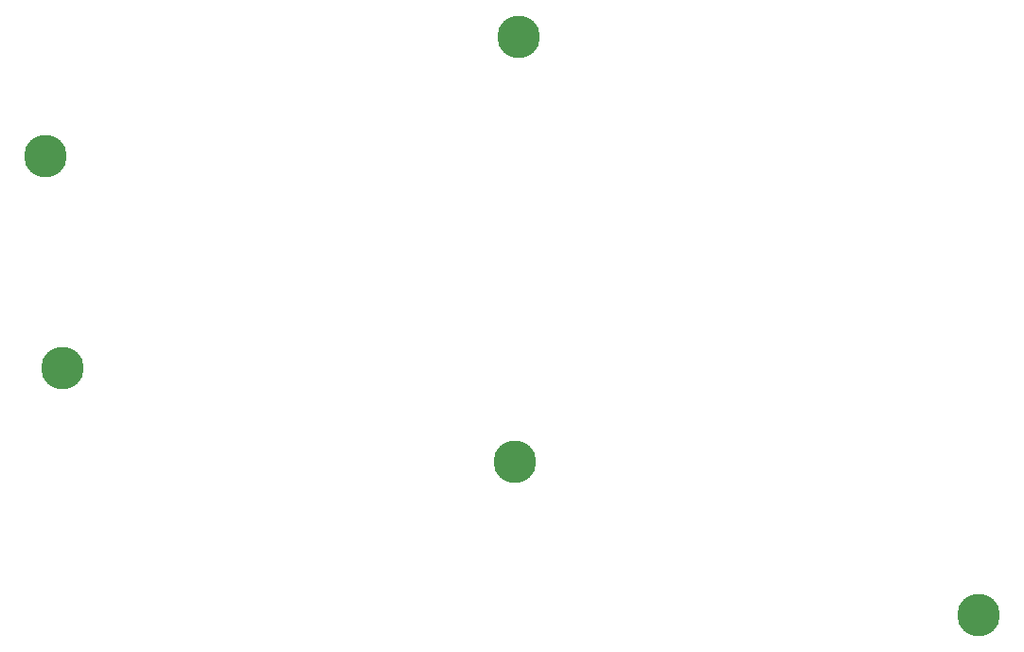
<source format=gbr>
%TF.GenerationSoftware,KiCad,Pcbnew,7.0.7*%
%TF.CreationDate,2023-10-01T20:22:27+02:00*%
%TF.ProjectId,goose_bottom,676f6f73-655f-4626-9f74-746f6d2e6b69,v1.0.0*%
%TF.SameCoordinates,Original*%
%TF.FileFunction,Soldermask,Bot*%
%TF.FilePolarity,Negative*%
%FSLAX46Y46*%
G04 Gerber Fmt 4.6, Leading zero omitted, Abs format (unit mm)*
G04 Created by KiCad (PCBNEW 7.0.7) date 2023-10-01 20:22:27*
%MOMM*%
%LPD*%
G01*
G04 APERTURE LIST*
%ADD10C,3.800000*%
G04 APERTURE END LIST*
D10*
%TO.C,H1*%
X187286472Y-132182973D03*
%TD*%
%TO.C,H2*%
X188776286Y-151112864D03*
%TD*%
%TO.C,H3*%
X229596977Y-121494108D03*
%TD*%
%TO.C,H4*%
X229265419Y-159486874D03*
%TD*%
%TO.C,H5*%
X270771266Y-173243668D03*
%TD*%
M02*

</source>
